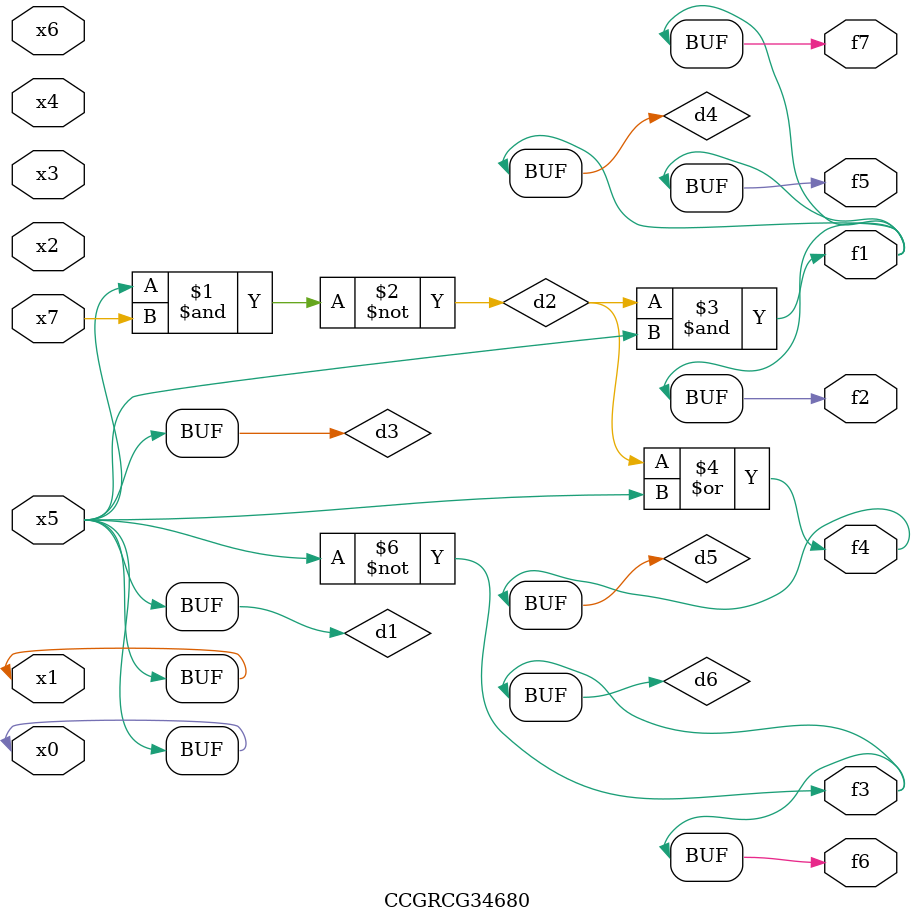
<source format=v>
module CCGRCG34680(
	input x0, x1, x2, x3, x4, x5, x6, x7,
	output f1, f2, f3, f4, f5, f6, f7
);

	wire d1, d2, d3, d4, d5, d6;

	buf (d1, x0, x5);
	nand (d2, x5, x7);
	buf (d3, x0, x1);
	and (d4, d2, d3);
	or (d5, d2, d3);
	nor (d6, d1, d3);
	assign f1 = d4;
	assign f2 = d4;
	assign f3 = d6;
	assign f4 = d5;
	assign f5 = d4;
	assign f6 = d6;
	assign f7 = d4;
endmodule

</source>
